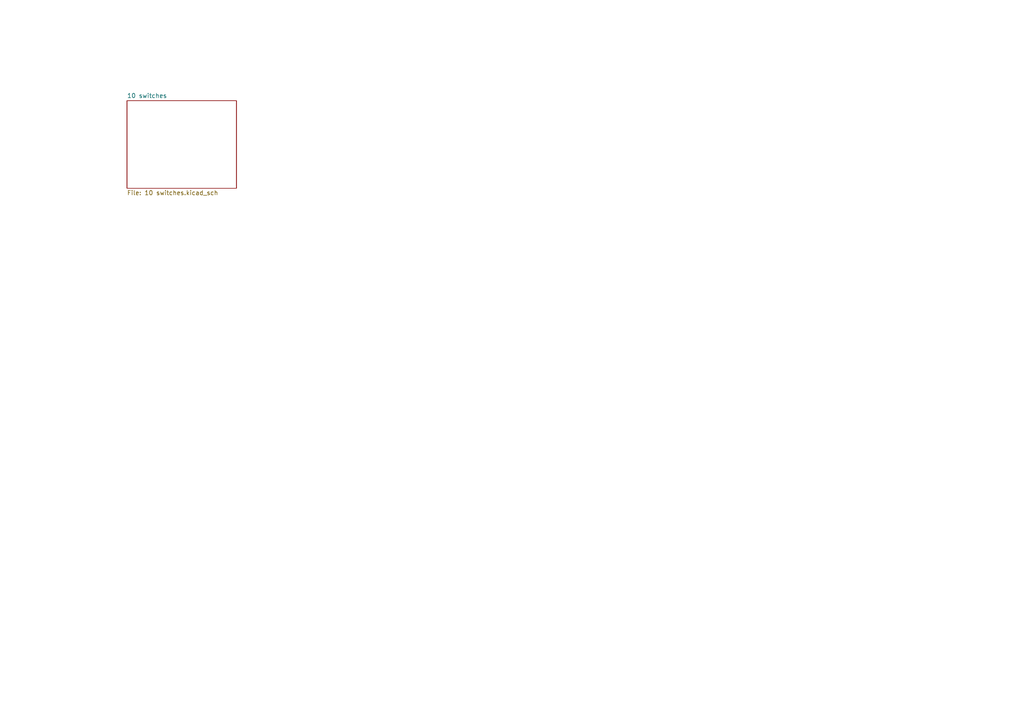
<source format=kicad_sch>
(kicad_sch
	(version 20250114)
	(generator "eeschema")
	(generator_version "9.0")
	(uuid "1db837b7-6552-47cf-a2e7-5a5f8381ac34")
	(paper "A4")
	(lib_symbols)
	(sheet
		(at 36.83 29.21)
		(size 31.75 25.4)
		(exclude_from_sim no)
		(in_bom yes)
		(on_board yes)
		(dnp no)
		(fields_autoplaced yes)
		(stroke
			(width 0.1524)
			(type solid)
		)
		(fill
			(color 0 0 0 0.0000)
		)
		(uuid "1c025825-b9d1-47db-acf5-cdd89673acc4")
		(property "Sheetname" "10 switches"
			(at 36.83 28.4984 0)
			(effects
				(font
					(size 1.27 1.27)
				)
				(justify left bottom)
			)
		)
		(property "Sheetfile" "10 switches.kicad_sch"
			(at 36.83 55.1946 0)
			(effects
				(font
					(size 1.27 1.27)
				)
				(justify left top)
			)
		)
		(instances
			(project "baby10"
				(path "/1db837b7-6552-47cf-a2e7-5a5f8381ac34"
					(page "2")
				)
			)
		)
	)
	(sheet_instances
		(path "/"
			(page "1")
		)
	)
	(embedded_fonts no)
)

</source>
